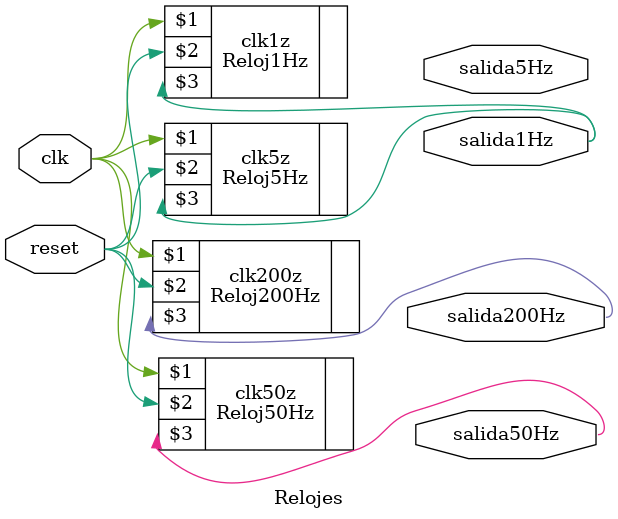
<source format=v>
module Relojes( 
input clk,
input reset,
output salida1Hz,
output salida5Hz,
output salida50Hz,
output salida200Hz
);

Reloj200Hz clk200z(clk,reset,salida200Hz);
Reloj1Hz clk1z(clk,reset,salida1Hz);
Reloj5Hz clk5z(clk,reset,salida1Hz); 
Reloj50Hz clk50z(clk,reset,salida50Hz);


endmodule

</source>
